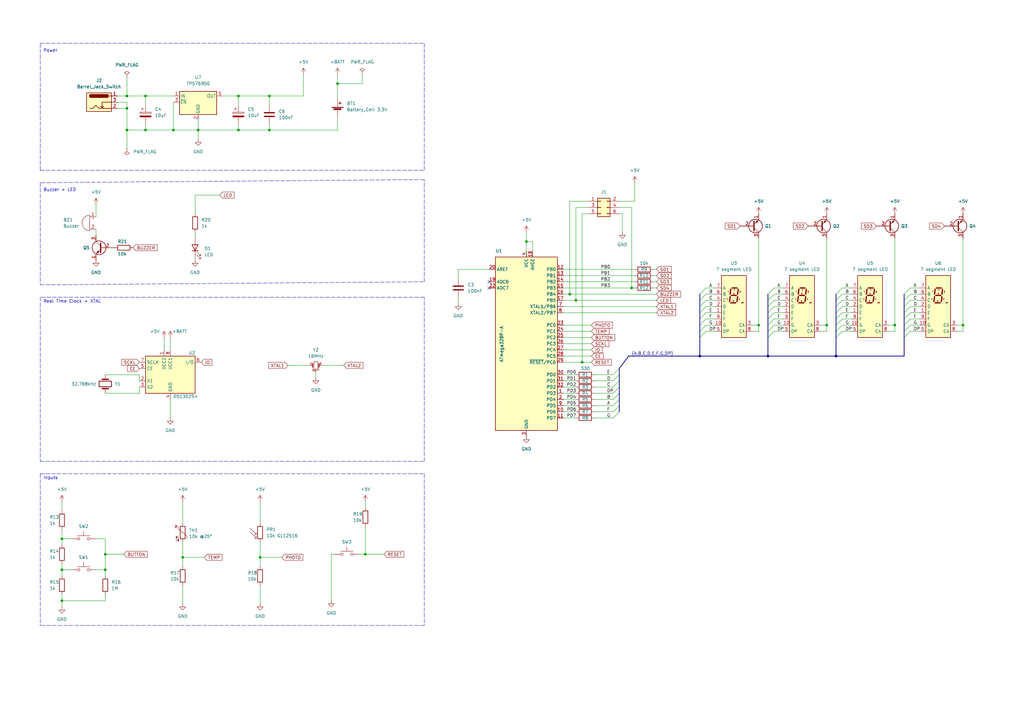
<source format=kicad_sch>
(kicad_sch (version 20211123) (generator eeschema)
  (paper "A3")
  (title_block (title "Fancy Clock") (date "2022-03-18") (rev "rev 1.0"))
  (lib_symbols
    (symbol "Connector:Barrel_Jack_Switch" (pin_names hide)
      (property "Reference" "J" (at 0 5.334 0))
      (property "Value" "Barrel_Jack_Switch" (at 0 -5.08 0))
      (symbol "Barrel_Jack_Switch_1_1"
        (pin passive line (at 7.62 2.54 180) (length 2.54) (name "~") (number "1"))
        (pin passive line (at 7.62 -2.54 180) (length 2.54) (name "~") (number "2"))
        (pin passive line (at 7.62 0 180) (length 2.54) (name "~") (number "3"))
      )
    )
    (symbol "Connector_Generic:Conn_02x03_Odd_Even" (pin_names (offset 1.016) hide)
      (property "Reference" "J" (at 1.27 5.08 0))
      (property "Value" "Conn_02x03_Odd_Even" (at 1.27 -5.08 0))
      (symbol "Conn_02x03_Odd_Even_1_1"
        (pin passive line (at -5.08 2.54 0) (length 3.81) (name "Pin_1") (number "1"))
        (pin passive line (at 7.62 2.54 180) (length 3.81) (name "Pin_2") (number "2"))
        (pin passive line (at -5.08 0 0) (length 3.81) (name "Pin_3") (number "3"))
        (pin passive line (at 7.62 0 180) (length 3.81) (name "Pin_4") (number "4"))
        (pin passive line (at -5.08 -2.54 0) (length 3.81) (name "Pin_5") (number "5"))
        (pin passive line (at 7.62 -2.54 180) (length 3.81) (name "Pin_6") (number "6"))
      )
    )
    (symbol "Device:Battery_Cell" (pin_numbers hide) (pin_names (offset 0) hide)
      (property "Reference" "BT" (at 2.54 2.54 0))
      (property "Value" "Battery_Cell" (at 2.54 0 0))
      (symbol "Battery_Cell_1_1"
        (pin passive line (at 0 5.08 270) (length 2.54) (name "+") (number "1"))
        (pin passive line (at 0 -2.54 90) (length 2.54) (name "-") (number "2"))
      )
    )
    (symbol "Device:Buzzer" (pin_names (offset 0.0254) hide)
      (property "Reference" "BZ" (at 3.81 1.27 0))
      (property "Value" "Buzzer" (at 3.81 -1.27 0))
      (symbol "Buzzer_1_1"
        (pin passive line (at -2.54 2.54 0) (length 2.54) (name "-") (number "1"))
        (pin passive line (at -2.54 -2.54 0) (length 2.54) (name "+") (number "2"))
      )
    )
    (symbol "Device:C" (pin_numbers hide) (pin_names (offset 0.254))
      (property "Reference" "C" (at 0.635 2.54 0))
      (property "Value" "C" (at 0.635 -2.54 0))
      (symbol "C_1_1"
        (pin passive line (at 0 3.81 270) (length 2.794) (name "~") (number "1"))
        (pin passive line (at 0 -3.81 90) (length 2.794) (name "~") (number "2"))
      )
    )
    (symbol "Device:C_Polarized" (pin_numbers hide) (pin_names (offset 0.254))
      (property "Reference" "C" (at 0.635 2.54 0))
      (property "Value" "C_Polarized" (at 0.635 -2.54 0))
      (symbol "C_Polarized_1_1"
        (pin passive line (at 0 3.81 270) (length 2.794) (name "~") (number "1"))
        (pin passive line (at 0 -3.81 90) (length 2.794) (name "~") (number "2"))
      )
    )
    (symbol "Device:Crystal" (pin_numbers hide) (pin_names (offset 1.016) hide)
      (property "Reference" "Y" (at 0 3.81 0))
      (property "Value" "Crystal" (at 0 -3.81 0))
      (symbol "Crystal_1_1"
        (pin passive line (at -3.81 0 0) (length 1.27) (name "1") (number "1"))
        (pin passive line (at 3.81 0 180) (length 1.27) (name "2") (number "2"))
      )
    )
    (symbol "Device:Crystal_GND2_Small" (pin_names (offset 1.016) hide)
      (property "Reference" "Y" (at 0 5.08 0))
      (property "Value" "Crystal_GND2_Small" (at 0 3.175 0))
      (symbol "Crystal_GND2_Small_1_1"
        (pin passive line (at -2.54 0 0) (length 1.27) (name "1") (number "1"))
        (pin passive line (at 0 -2.54 90) (length 0.635) (name "2") (number "2"))
        (pin passive line (at 2.54 0 180) (length 1.27) (name "3") (number "3"))
      )
    )
    (symbol "Device:LED" (pin_numbers hide) (pin_names (offset 1.016) hide)
      (property "Reference" "D" (at 0 2.54 0))
      (property "Value" "LED" (at 0 -2.54 0))
      (symbol "LED_1_1"
        (pin passive line (at -3.81 0 0) (length 2.54) (name "K") (number "1"))
        (pin passive line (at 3.81 0 180) (length 2.54) (name "A") (number "2"))
      )
    )
    (symbol "Device:Q_NPN_EBC" (pin_names (offset 0) hide)
      (property "Reference" "Q" (at 5.08 1.27 0))
      (property "Value" "Q_NPN_EBC" (at 5.08 -1.27 0))
      (symbol "Q_NPN_EBC_1_1"
        (pin passive line (at 2.54 -5.08 90) (length 2.54) (name "E") (number "1"))
        (pin passive line (at -5.08 0 0) (length 5.715) (name "B") (number "2"))
        (pin passive line (at 2.54 5.08 270) (length 2.54) (name "C") (number "3"))
      )
    )
    (symbol "Device:Q_PNP_EBC" (pin_names (offset 0) hide)
      (property "Reference" "Q" (at 5.08 1.27 0))
      (property "Value" "Q_PNP_EBC" (at 5.08 -1.27 0))
      (symbol "Q_PNP_EBC_1_1"
        (pin passive line (at 2.54 -5.08 90) (length 2.54) (name "E") (number "1"))
        (pin input line (at -5.08 0 0) (length 5.715) (name "B") (number "2"))
        (pin passive line (at 2.54 5.08 270) (length 2.54) (name "C") (number "3"))
      )
    )
    (symbol "Device:R" (pin_numbers hide) (pin_names (offset 0))
      (property "Reference" "R" (at 2.032 0 90))
      (property "Value" "R" (at 0 0 90))
      (symbol "R_1_1"
        (pin passive line (at 0 3.81 270) (length 1.27) (name "~") (number "1"))
        (pin passive line (at 0 -3.81 90) (length 1.27) (name "~") (number "2"))
      )
    )
    (symbol "Device:R_Photo" (pin_numbers hide) (pin_names (offset 0))
      (property "Reference" "R" (at 1.27 1.27 0))
      (property "Value" "R_Photo" (at 1.27 0 0))
      (symbol "R_Photo_1_1"
        (pin passive line (at 0 3.81 270) (length 1.27) (name "~") (number "1"))
        (pin passive line (at 0 -3.81 90) (length 1.27) (name "~") (number "2"))
      )
    )
    (symbol "Device:Thermistor_NTC" (pin_numbers hide) (pin_names (offset 0))
      (property "Reference" "TH" (at -4.445 0 90))
      (property "Value" "Thermistor_NTC" (at 3.175 0 90))
      (symbol "Thermistor_NTC_1_1"
        (pin passive line (at 0 3.81 270) (length 1.27) (name "~") (number "1"))
        (pin passive line (at 0 -3.81 90) (length 1.27) (name "~") (number "2"))
      )
    )
    (symbol "MCU_Microchip_ATmega:ATmega328P-A"
      (property "Reference" "U" (at -12.7 36.83 0))
      (property "Value" "ATmega328P-A" (at 2.54 -36.83 0))
      (symbol "ATmega328P-A_1_1"
        (pin bidirectional line (at 15.24 -20.32 180) (length 2.54) (name "PD3") (number "1"))
        (pin bidirectional line (at 15.24 -27.94 180) (length 2.54) (name "PD6") (number "10"))
        (pin bidirectional line (at 15.24 -30.48 180) (length 2.54) (name "PD7") (number "11"))
        (pin bidirectional line (at 15.24 30.48 180) (length 2.54) (name "PB0") (number "12"))
        (pin bidirectional line (at 15.24 27.94 180) (length 2.54) (name "PB1") (number "13"))
        (pin bidirectional line (at 15.24 25.4 180) (length 2.54) (name "PB2") (number "14"))
        (pin bidirectional line (at 15.24 22.86 180) (length 2.54) (name "PB3") (number "15"))
        (pin bidirectional line (at 15.24 20.32 180) (length 2.54) (name "PB4") (number "16"))
        (pin bidirectional line (at 15.24 17.78 180) (length 2.54) (name "PB5") (number "17"))
        (pin power_in line (at 2.54 38.1 270) (length 2.54) (name "AVCC") (number "18"))
        (pin input line (at -15.24 25.4 0) (length 2.54) (name "ADC6") (number "19"))
        (pin bidirectional line (at 15.24 -22.86 180) (length 2.54) (name "PD4") (number "2"))
        (pin passive line (at -15.24 30.48 0) (length 2.54) (name "AREF") (number "20"))
        (pin passive line (at 0 -38.1 90) (length 2.54) hide (name "GND") (number "21"))
        (pin input line (at -15.24 22.86 0) (length 2.54) (name "ADC7") (number "22"))
        (pin bidirectional line (at 15.24 7.62 180) (length 2.54) (name "PC0") (number "23"))
        (pin bidirectional line (at 15.24 5.08 180) (length 2.54) (name "PC1") (number "24"))
        (pin bidirectional line (at 15.24 2.54 180) (length 2.54) (name "PC2") (number "25"))
        (pin bidirectional line (at 15.24 0 180) (length 2.54) (name "PC3") (number "26"))
        (pin bidirectional line (at 15.24 -2.54 180) (length 2.54) (name "PC4") (number "27"))
        (pin bidirectional line (at 15.24 -5.08 180) (length 2.54) (name "PC5") (number "28"))
        (pin bidirectional line (at 15.24 -7.62 180) (length 2.54) (name "~{RESET}/PC6") (number "29"))
        (pin power_in line (at 0 -38.1 90) (length 2.54) (name "GND") (number "3"))
        (pin bidirectional line (at 15.24 -12.7 180) (length 2.54) (name "PD0") (number "30"))
        (pin bidirectional line (at 15.24 -15.24 180) (length 2.54) (name "PD1") (number "31"))
        (pin bidirectional line (at 15.24 -17.78 180) (length 2.54) (name "PD2") (number "32"))
        (pin power_in line (at 0 38.1 270) (length 2.54) (name "VCC") (number "4"))
        (pin passive line (at 0 -38.1 90) (length 2.54) hide (name "GND") (number "5"))
        (pin passive line (at 0 38.1 270) (length 2.54) hide (name "VCC") (number "6"))
        (pin bidirectional line (at 15.24 15.24 180) (length 2.54) (name "XTAL1/PB6") (number "7"))
        (pin bidirectional line (at 15.24 12.7 180) (length 2.54) (name "XTAL2/PB7") (number "8"))
        (pin bidirectional line (at 15.24 -25.4 180) (length 2.54) (name "PD5") (number "9"))
      )
    )
    (symbol "Regulator_Linear:TPS76950" (pin_names (offset 0.254))
      (property "Reference" "U" (at -6.35 5.715 0))
      (property "Value" "TPS76950" (at 0 5.715 0))
      (symbol "TPS76950_1_1"
        (pin power_in line (at -10.16 2.54 0) (length 2.54) (name "IN") (number "1"))
        (pin power_in line (at 0 -7.62 90) (length 2.54) (name "GND") (number "2"))
        (pin input line (at -10.16 0 0) (length 2.54) (name "~{EN}") (number "3"))
        (pin no_connect line (at 10.16 0 180) (length 2.54) hide (name "NC") (number "4"))
        (pin power_out line (at 10.16 2.54 180) (length 2.54) (name "OUT") (number "5"))
      )
    )
    (symbol "Switch:SW_Push" (pin_numbers hide) (pin_names (offset 1.016) hide)
      (property "Reference" "SW" (at 1.27 2.54 0))
      (property "Value" "SW_Push" (at 0 -1.524 0))
      (symbol "SW_Push_0_1"
        (pin passive line (at -5.08 0 0) (length 2.54) (name "1") (number "1"))
        (pin passive line (at 5.08 0 180) (length 2.54) (name "2") (number "2"))
      )
    )
    (symbol "Timer_RTC:DS1302S+"
      (property "Reference" "U" (at -8.89 8.89 0))
      (property "Value" "DS1302S+" (at 1.27 8.89 0))
      (symbol "DS1302S+_1_1"
        (pin power_in line (at -2.54 10.16 270) (length 2.54) (name "VCC2") (number "1"))
        (pin input line (at -12.7 -2.54 0) (length 2.54) (name "X1") (number "2"))
        (pin input line (at -12.7 -5.08 0) (length 2.54) (name "X2") (number "3"))
        (pin power_in line (at 0 -10.16 90) (length 2.54) (name "GND") (number "4"))
        (pin input line (at -12.7 2.54 0) (length 2.54) (name "CE") (number "5"))
        (pin bidirectional line (at 12.7 5.08 180) (length 2.54) (name "I/O") (number "6"))
        (pin input line (at -12.7 5.08 0) (length 2.54) (name "SCLK") (number "7"))
        (pin power_in line (at 0 10.16 270) (length 2.54) (name "VCC1") (number "8"))
      )
    )
    (symbol "fancy-clock:7 segment LED"
      (property "Reference" "U" (at 0 16.51 0))
      (property "Value" "7 segment LED" (at 0 13.97 0))
      (symbol "7 segment LED_1_0"
        (text "A" (at 0.254 6.858 0) (effects (font (size 0.508 0.508))))
        (text "B" (at 2.54 6.096 0) (effects (font (size 0.508 0.508))))
        (text "C" (at 2.286 3.048 0) (effects (font (size 0.508 0.508))))
        (text "D" (at -0.254 2.286 0) (effects (font (size 0.508 0.508))))
        (text "DP" (at 3.556 1.524 0) (effects (font (size 0.508 0.508))))
        (text "E" (at -2.54 3.048 0) (effects (font (size 0.508 0.508))))
        (text "F" (at -2.286 6.096 0) (effects (font (size 0.508 0.508))))
        (text "G" (at 0 5.334 0) (effects (font (size 0.508 0.508))))
      )
      (symbol "7 segment LED_1_1"
        (pin input line (at -7.62 -2.54 0) (length 2.54) (name "E") (number "1"))
        (pin input line (at -7.62 -7.62 0) (length 2.54) (name "G") (number "10"))
        (pin input line (at -7.62 0 0) (length 2.54) (name "D") (number "2"))
        (pin input line (at 7.62 -7.62 180) (length 2.54) (name "CA") (number "3"))
        (pin input line (at -7.62 2.54 0) (length 2.54) (name "C") (number "4"))
        (pin input line (at -7.62 -10.16 0) (length 2.54) (name "DP") (number "5"))
        (pin input line (at -7.62 5.08 0) (length 2.54) (name "B") (number "6"))
        (pin input line (at -7.62 7.62 0) (length 2.54) (name "A") (number "7"))
        (pin input line (at 7.62 -10.16 180) (length 2.54) (name "CA") (number "8"))
        (pin input line (at -7.62 -5.08 0) (length 2.54) (name "F") (number "9"))
      )
    )
    (symbol "power:+5V" (power) (pin_names (offset 0))
      (property "Value" "+5V" (at 0 3.556 0))
      (symbol "+5V_1_1"
        (pin power_in line (at 0 0 90) (length 0) hide (name "+5V") (number "1"))
      )
    )
    (symbol "power:+BATT" (power) (pin_names (offset 0))
      (property "Value" "+BATT" (at 0 3.556 0))
      (symbol "+BATT_1_1"
        (pin power_in line (at 0 0 90) (length 0) hide (name "+BATT") (number "1"))
      )
    )
    (symbol "power:GND" (power) (pin_names (offset 0))
      (property "Value" "GND" (at 0 -3.81 0))
      (symbol "GND_1_1"
        (pin power_in line (at 0 0 270) (length 0) hide (name "GND") (number "1"))
      )
    )
    (symbol "power:PWR_FLAG" (power) (pin_numbers hide) (pin_names (offset 0) hide)
      (property "Value" "PWR_FLAG" (at 0 3.81 0))
      (symbol "PWR_FLAG_0_0"
        (pin power_out line (at 0 0 90) (length 0) (name "pwr") (number "1"))
      )
    )
  )
  (junction (at 52.07 53.34))
  (junction (at 97.79 39.37))
  (junction (at 25.4 246.38))
  (junction (at 138.43 34.29))
  (junction (at 71.12 53.34))
  (junction (at 259.08 118.11))
  (junction (at 342.9 146.05))
  (junction (at 149.86 227.33))
  (junction (at 43.18 233.68))
  (junction (at 74.93 228.6))
  (junction (at 394.97 133.35))
  (junction (at 314.96 146.05))
  (junction (at 236.22 123.19))
  (junction (at 106.68 228.6))
  (junction (at 52.07 39.37))
  (junction (at 311.15 133.35))
  (junction (at 81.28 53.34))
  (junction (at 52.07 44.45))
  (junction (at 43.18 227.33))
  (junction (at 339.09 133.35))
  (junction (at 59.69 53.34))
  (junction (at 25.4 233.68))
  (junction (at 233.68 120.65))
  (junction (at 110.49 39.37))
  (junction (at 110.49 53.34))
  (junction (at 287.02 146.05))
  (junction (at 25.4 220.98))
  (junction (at 215.9 99.06))
  (junction (at 238.76 148.59))
  (junction (at 97.79 53.34))
  (junction (at 59.69 39.37))
  (junction (at 367.03 133.35))
  (no_connect (at 200.66 118.11))
  (no_connect (at 200.66 115.57))
  (bus_entry (at 314.96 123.19) (size 2.54 -2.54))
  (bus_entry (at 342.9 125.73) (size 2.54 -2.54))
  (bus_entry (at 314.96 138.43) (size 2.54 -2.54))
  (bus_entry (at 370.84 125.73) (size 2.54 -2.54))
  (bus_entry (at 370.84 123.19) (size 2.54 -2.54))
  (bus_entry (at 370.84 120.65) (size 2.54 -2.54))
  (bus_entry (at 342.9 128.27) (size 2.54 -2.54))
  (bus_entry (at 314.96 133.35) (size 2.54 -2.54))
  (bus_entry (at 314.96 120.65) (size 2.54 -2.54))
  (bus_entry (at 314.96 135.89) (size 2.54 -2.54))
  (bus_entry (at 342.9 135.89) (size 2.54 -2.54))
  (bus_entry (at 342.9 133.35) (size 2.54 -2.54))
  (bus_entry (at 342.9 120.65) (size 2.54 -2.54))
  (bus_entry (at 370.84 133.35) (size 2.54 -2.54))
  (bus_entry (at 287.02 128.27) (size 2.54 -2.54))
  (bus_entry (at 287.02 125.73) (size 2.54 -2.54))
  (bus_entry (at 287.02 135.89) (size 2.54 -2.54))
  (bus_entry (at 287.02 120.65) (size 2.54 -2.54))
  (bus_entry (at 287.02 138.43) (size 2.54 -2.54))
  (bus_entry (at 287.02 130.81) (size 2.54 -2.54))
  (bus_entry (at 287.02 133.35) (size 2.54 -2.54))
  (bus_entry (at 287.02 123.19) (size 2.54 -2.54))
  (bus_entry (at 251.46 163.83) (size 2.54 -2.54))
  (bus_entry (at 251.46 161.29) (size 2.54 -2.54))
  (bus_entry (at 251.46 158.75) (size 2.54 -2.54))
  (bus_entry (at 251.46 156.21) (size 2.54 -2.54))
  (bus_entry (at 251.46 168.91) (size 2.54 -2.54))
  (bus_entry (at 251.46 166.37) (size 2.54 -2.54))
  (bus_entry (at 251.46 171.45) (size 2.54 -2.54))
  (bus_entry (at 251.46 153.67) (size 2.54 -2.54))
  (bus_entry (at 370.84 138.43) (size 2.54 -2.54))
  (bus_entry (at 342.9 130.81) (size 2.54 -2.54))
  (bus_entry (at 342.9 138.43) (size 2.54 -2.54))
  (bus_entry (at 314.96 128.27) (size 2.54 -2.54))
  (bus_entry (at 370.84 128.27) (size 2.54 -2.54))
  (bus_entry (at 314.96 130.81) (size 2.54 -2.54))
  (bus_entry (at 370.84 130.81) (size 2.54 -2.54))
  (bus_entry (at 370.84 135.89) (size 2.54 -2.54))
  (bus_entry (at 314.96 125.73) (size 2.54 -2.54))
  (bus_entry (at 342.9 123.19) (size 2.54 -2.54))
  (wire (pts (xy 25.4 233.68) (xy 25.4 236.22)))
  (wire (pts (xy 392.43 135.89) (xy 394.97 135.89)))
  (bus (pts (xy 342.9 128.27) (xy 342.9 130.81)))
  (wire (pts (xy 231.14 161.29) (xy 236.22 161.29)))
  (wire (pts (xy 138.43 34.29) (xy 148.59 34.29)))
  (wire (pts (xy 231.14 171.45) (xy 236.22 171.45)))
  (wire (pts (xy 80.01 95.25) (xy 80.01 97.79)))
  (polyline (pts (xy 16.51 189.23) (xy 173.99 189.23)))
  (wire (pts (xy 243.84 166.37) (xy 251.46 166.37)))
  (wire (pts (xy 149.86 205.74) (xy 149.86 208.28)))
  (bus (pts (xy 314.96 130.81) (xy 314.96 133.35)))
  (wire (pts (xy 259.08 85.09) (xy 259.08 118.11)))
  (wire (pts (xy 254 87.63) (xy 255.27 87.63)))
  (wire (pts (xy 106.68 228.6) (xy 115.57 228.6)))
  (wire (pts (xy 52.07 44.45) (xy 52.07 53.34)))
  (wire (pts (xy 231.14 140.97) (xy 242.57 140.97)))
  (wire (pts (xy 231.14 146.05) (xy 242.57 146.05)))
  (bus (pts (xy 370.84 125.73) (xy 370.84 128.27)))
  (bus (pts (xy 314.96 138.43) (xy 314.96 146.05)))
  (bus (pts (xy 287.02 125.73) (xy 287.02 128.27)))
  (bus (pts (xy 254 153.67) (xy 254 151.13)))
  (wire (pts (xy 149.86 215.9) (xy 149.86 227.33)))
  (wire (pts (xy 110.49 39.37) (xy 110.49 43.18)))
  (polyline (pts (xy 16.51 69.85) (xy 173.99 69.85)))
  (wire (pts (xy 373.38 123.19) (xy 377.19 123.19)))
  (wire (pts (xy 394.97 133.35) (xy 394.97 97.79)))
  (wire (pts (xy 311.15 133.35) (xy 311.15 97.79)))
  (wire (pts (xy 345.44 123.19) (xy 349.25 123.19)))
  (wire (pts (xy 106.68 205.74) (xy 106.68 214.63)))
  (bus (pts (xy 254 168.91) (xy 254 166.37)))
  (bus (pts (xy 287.02 123.19) (xy 287.02 125.73)))
  (bus (pts (xy 287.02 128.27) (xy 287.02 130.81)))
  (bus (pts (xy 287.02 135.89) (xy 287.02 138.43)))
  (wire (pts (xy 91.44 39.37) (xy 97.79 39.37)))
  (wire (pts (xy 231.14 153.67) (xy 236.22 153.67)))
  (bus (pts (xy 370.84 120.65) (xy 370.84 123.19)))
  (wire (pts (xy 269.24 113.03) (xy 267.97 113.03)))
  (wire (pts (xy 124.46 30.48) (xy 124.46 39.37)))
  (wire (pts (xy 231.14 120.65) (xy 233.68 120.65)))
  (wire (pts (xy 97.79 39.37) (xy 110.49 39.37)))
  (wire (pts (xy 254 82.55) (xy 260.35 82.55)))
  (wire (pts (xy 80.01 105.41) (xy 80.01 106.68)))
  (wire (pts (xy 97.79 53.34) (xy 81.28 53.34)))
  (wire (pts (xy 289.56 120.65) (xy 293.37 120.65)))
  (polyline (pts (xy 16.51 74.93) (xy 16.51 116.84)))
  (wire (pts (xy 289.56 133.35) (xy 293.37 133.35)))
  (wire (pts (xy 110.49 50.8) (xy 110.49 53.34)))
  (wire (pts (xy 345.44 118.11) (xy 349.25 118.11)))
  (wire (pts (xy 243.84 158.75) (xy 251.46 158.75)))
  (bus (pts (xy 287.02 130.81) (xy 287.02 133.35)))
  (wire (pts (xy 241.3 87.63) (xy 238.76 87.63)))
  (wire (pts (xy 43.18 153.67) (xy 57.15 153.67)))
  (wire (pts (xy 289.56 135.89) (xy 293.37 135.89)))
  (polyline (pts (xy 173.99 189.23) (xy 173.99 121.92)))
  (wire (pts (xy 373.38 118.11) (xy 377.19 118.11)))
  (wire (pts (xy 241.3 85.09) (xy 236.22 85.09)))
  (wire (pts (xy 317.5 133.35) (xy 321.31 133.35)))
  (wire (pts (xy 317.5 135.89) (xy 321.31 135.89)))
  (wire (pts (xy 233.68 120.65) (xy 269.24 120.65)))
  (wire (pts (xy 345.44 128.27) (xy 349.25 128.27)))
  (wire (pts (xy 74.93 228.6) (xy 74.93 232.41)))
  (wire (pts (xy 59.69 53.34) (xy 71.12 53.34)))
  (polyline (pts (xy 173.99 17.78) (xy 173.99 69.85)))
  (wire (pts (xy 52.07 41.91) (xy 52.07 44.45)))
  (bus (pts (xy 342.9 133.35) (xy 342.9 135.89)))
  (wire (pts (xy 80.01 80.01) (xy 80.01 87.63)))
  (bus (pts (xy 342.9 135.89) (xy 342.9 138.43)))
  (wire (pts (xy 345.44 135.89) (xy 349.25 135.89)))
  (wire (pts (xy 69.85 138.43) (xy 69.85 143.51)))
  (wire (pts (xy 187.96 121.92) (xy 187.96 124.46)))
  (polyline (pts (xy 16.51 116.84) (xy 173.99 115.57)))
  (wire (pts (xy 135.89 227.33) (xy 135.89 246.38)))
  (bus (pts (xy 370.84 135.89) (xy 370.84 138.43)))
  (wire (pts (xy 43.18 233.68) (xy 43.18 236.22)))
  (polyline (pts (xy 173.99 256.54) (xy 16.51 256.54)))
  (wire (pts (xy 57.15 158.75) (xy 57.15 161.29)))
  (wire (pts (xy 138.43 34.29) (xy 138.43 40.64)))
  (wire (pts (xy 231.14 163.83) (xy 236.22 163.83)))
  (wire (pts (xy 138.43 53.34) (xy 138.43 48.26)))
  (wire (pts (xy 364.49 133.35) (xy 367.03 133.35)))
  (wire (pts (xy 243.84 163.83) (xy 251.46 163.83)))
  (bus (pts (xy 254 156.21) (xy 254 153.67)))
  (wire (pts (xy 25.4 246.38) (xy 43.18 246.38)))
  (wire (pts (xy 110.49 53.34) (xy 97.79 53.34)))
  (wire (pts (xy 231.14 133.35) (xy 242.57 133.35)))
  (wire (pts (xy 238.76 148.59) (xy 242.57 148.59)))
  (bus (pts (xy 342.9 146.05) (xy 370.84 146.05)))
  (wire (pts (xy 43.18 227.33) (xy 43.18 233.68)))
  (wire (pts (xy 373.38 128.27) (xy 377.19 128.27)))
  (wire (pts (xy 138.43 30.48) (xy 138.43 34.29)))
  (wire (pts (xy 255.27 87.63) (xy 255.27 95.25)))
  (wire (pts (xy 231.14 110.49) (xy 260.35 110.49)))
  (wire (pts (xy 367.03 135.89) (xy 367.03 133.35)))
  (wire (pts (xy 59.69 39.37) (xy 59.69 43.18)))
  (wire (pts (xy 39.37 83.82) (xy 39.37 88.9)))
  (bus (pts (xy 370.84 133.35) (xy 370.84 135.89)))
  (wire (pts (xy 106.68 240.03) (xy 106.68 247.65)))
  (wire (pts (xy 57.15 153.67) (xy 57.15 156.21)))
  (bus (pts (xy 254 151.13) (xy 257.81 146.05)))
  (wire (pts (xy 52.07 39.37) (xy 59.69 39.37)))
  (wire (pts (xy 373.38 135.89) (xy 377.19 135.89)))
  (wire (pts (xy 317.5 125.73) (xy 321.31 125.73)))
  (wire (pts (xy 289.56 128.27) (xy 293.37 128.27)))
  (bus (pts (xy 314.96 146.05) (xy 342.9 146.05)))
  (wire (pts (xy 25.4 231.14) (xy 25.4 233.68)))
  (wire (pts (xy 336.55 133.35) (xy 339.09 133.35)))
  (wire (pts (xy 233.68 82.55) (xy 233.68 120.65)))
  (wire (pts (xy 149.86 227.33) (xy 157.48 227.33)))
  (wire (pts (xy 394.97 135.89) (xy 394.97 133.35)))
  (wire (pts (xy 308.61 133.35) (xy 311.15 133.35)))
  (bus (pts (xy 370.84 123.19) (xy 370.84 125.73)))
  (polyline (pts (xy 16.51 69.85) (xy 16.51 17.78)))
  (wire (pts (xy 74.93 240.03) (xy 74.93 247.65)))
  (bus (pts (xy 257.81 146.05) (xy 287.02 146.05)))
  (wire (pts (xy 187.96 110.49) (xy 200.66 110.49)))
  (wire (pts (xy 231.14 125.73) (xy 269.24 125.73)))
  (wire (pts (xy 317.5 120.65) (xy 321.31 120.65)))
  (wire (pts (xy 367.03 133.35) (xy 367.03 97.79)))
  (wire (pts (xy 231.14 138.43) (xy 242.57 138.43)))
  (wire (pts (xy 364.49 135.89) (xy 367.03 135.89)))
  (wire (pts (xy 81.28 49.53) (xy 81.28 53.34)))
  (wire (pts (xy 243.84 171.45) (xy 251.46 171.45)))
  (wire (pts (xy 231.14 143.51) (xy 242.57 143.51)))
  (bus (pts (xy 254 163.83) (xy 254 161.29)))
  (wire (pts (xy 241.3 82.55) (xy 233.68 82.55)))
  (wire (pts (xy 149.86 227.33) (xy 147.32 227.33)))
  (wire (pts (xy 345.44 130.81) (xy 349.25 130.81)))
  (polyline (pts (xy 16.51 194.31) (xy 16.51 256.54)))
  (bus (pts (xy 314.96 120.65) (xy 314.96 123.19)))
  (bus (pts (xy 314.96 128.27) (xy 314.96 130.81)))
  (polyline (pts (xy 173.99 194.31) (xy 173.99 256.54)))
  (wire (pts (xy 90.17 80.01) (xy 80.01 80.01)))
  (wire (pts (xy 137.16 227.33) (xy 135.89 227.33)))
  (wire (pts (xy 231.14 158.75) (xy 236.22 158.75)))
  (wire (pts (xy 311.15 135.89) (xy 311.15 133.35)))
  (wire (pts (xy 129.54 152.4) (xy 129.54 154.94)))
  (wire (pts (xy 243.84 156.21) (xy 251.46 156.21)))
  (wire (pts (xy 345.44 120.65) (xy 349.25 120.65)))
  (bus (pts (xy 287.02 146.05) (xy 314.96 146.05)))
  (wire (pts (xy 25.4 243.84) (xy 25.4 246.38)))
  (wire (pts (xy 118.11 149.86) (xy 127 149.86)))
  (wire (pts (xy 81.28 53.34) (xy 81.28 57.15)))
  (wire (pts (xy 289.56 130.81) (xy 293.37 130.81)))
  (wire (pts (xy 317.5 123.19) (xy 321.31 123.19)))
  (wire (pts (xy 25.4 246.38) (xy 25.4 248.92)))
  (wire (pts (xy 231.14 115.57) (xy 260.35 115.57)))
  (wire (pts (xy 69.85 163.83) (xy 69.85 171.45)))
  (wire (pts (xy 373.38 130.81) (xy 377.19 130.81)))
  (wire (pts (xy 43.18 220.98) (xy 43.18 227.33)))
  (wire (pts (xy 52.07 53.34) (xy 52.07 60.96)))
  (wire (pts (xy 39.37 220.98) (xy 43.18 220.98)))
  (wire (pts (xy 231.14 156.21) (xy 236.22 156.21)))
  (wire (pts (xy 25.4 205.74) (xy 25.4 209.55)))
  (wire (pts (xy 345.44 125.73) (xy 349.25 125.73)))
  (wire (pts (xy 231.14 148.59) (xy 238.76 148.59)))
  (wire (pts (xy 74.93 222.25) (xy 74.93 228.6)))
  (bus (pts (xy 314.96 123.19) (xy 314.96 125.73)))
  (wire (pts (xy 43.18 227.33) (xy 50.8 227.33)))
  (wire (pts (xy 289.56 123.19) (xy 293.37 123.19)))
  (wire (pts (xy 48.26 39.37) (xy 52.07 39.37)))
  (bus (pts (xy 314.96 135.89) (xy 314.96 138.43)))
  (polyline (pts (xy 16.51 121.92) (xy 16.51 189.23)))
  (wire (pts (xy 106.68 222.25) (xy 106.68 228.6)))
  (wire (pts (xy 97.79 39.37) (xy 97.79 43.18)))
  (polyline (pts (xy 16.51 194.31) (xy 173.99 194.31)))
  (wire (pts (xy 71.12 41.91) (xy 71.12 53.34)))
  (wire (pts (xy 218.44 99.06) (xy 215.9 99.06)))
  (wire (pts (xy 231.14 118.11) (xy 259.08 118.11)))
  (wire (pts (xy 317.5 128.27) (xy 321.31 128.27)))
  (wire (pts (xy 336.55 135.89) (xy 339.09 135.89)))
  (wire (pts (xy 67.31 138.43) (xy 67.31 143.51)))
  (wire (pts (xy 243.84 153.67) (xy 251.46 153.67)))
  (wire (pts (xy 269.24 110.49) (xy 267.97 110.49)))
  (wire (pts (xy 345.44 133.35) (xy 349.25 133.35)))
  (wire (pts (xy 392.43 133.35) (xy 394.97 133.35)))
  (wire (pts (xy 218.44 102.87) (xy 218.44 99.06)))
  (wire (pts (xy 48.26 41.91) (xy 52.07 41.91)))
  (bus (pts (xy 342.9 130.81) (xy 342.9 133.35)))
  (wire (pts (xy 132.08 149.86) (xy 140.97 149.86)))
  (bus (pts (xy 287.02 133.35) (xy 287.02 135.89)))
  (wire (pts (xy 317.5 118.11) (xy 321.31 118.11)))
  (wire (pts (xy 289.56 125.73) (xy 293.37 125.73)))
  (wire (pts (xy 25.4 220.98) (xy 25.4 223.52)))
  (wire (pts (xy 238.76 87.63) (xy 238.76 148.59)))
  (wire (pts (xy 373.38 120.65) (xy 377.19 120.65)))
  (wire (pts (xy 373.38 133.35) (xy 377.19 133.35)))
  (bus (pts (xy 254 161.29) (xy 254 158.75)))
  (bus (pts (xy 342.9 125.73) (xy 342.9 128.27)))
  (wire (pts (xy 373.38 125.73) (xy 377.19 125.73)))
  (wire (pts (xy 231.14 123.19) (xy 236.22 123.19)))
  (wire (pts (xy 339.09 133.35) (xy 339.09 97.79)))
  (wire (pts (xy 236.22 85.09) (xy 236.22 123.19)))
  (bus (pts (xy 370.84 128.27) (xy 370.84 130.81)))
  (wire (pts (xy 71.12 53.34) (xy 81.28 53.34)))
  (wire (pts (xy 52.07 31.75) (xy 52.07 39.37)))
  (wire (pts (xy 215.9 99.06) (xy 215.9 102.87)))
  (wire (pts (xy 243.84 168.91) (xy 251.46 168.91)))
  (wire (pts (xy 39.37 93.98) (xy 39.37 96.52)))
  (wire (pts (xy 59.69 39.37) (xy 71.12 39.37)))
  (wire (pts (xy 25.4 233.68) (xy 29.21 233.68)))
  (wire (pts (xy 231.14 135.89) (xy 242.57 135.89)))
  (wire (pts (xy 259.08 118.11) (xy 260.35 118.11)))
  (wire (pts (xy 74.93 205.74) (xy 74.93 214.63)))
  (polyline (pts (xy 16.51 17.78) (xy 173.99 17.78)))
  (wire (pts (xy 74.93 228.6) (xy 83.82 228.6)))
  (wire (pts (xy 110.49 53.34) (xy 138.43 53.34)))
  (wire (pts (xy 187.96 114.3) (xy 187.96 110.49)))
  (bus (pts (xy 342.9 123.19) (xy 342.9 125.73)))
  (wire (pts (xy 231.14 113.03) (xy 260.35 113.03)))
  (bus (pts (xy 287.02 120.65) (xy 287.02 123.19)))
  (bus (pts (xy 254 166.37) (xy 254 163.83)))
  (wire (pts (xy 260.35 74.93) (xy 260.35 82.55)))
  (wire (pts (xy 43.18 246.38) (xy 43.18 243.84)))
  (bus (pts (xy 342.9 120.65) (xy 342.9 123.19)))
  (wire (pts (xy 25.4 220.98) (xy 29.21 220.98)))
  (wire (pts (xy 57.15 161.29) (xy 43.18 161.29)))
  (wire (pts (xy 110.49 39.37) (xy 124.46 39.37)))
  (bus (pts (xy 370.84 138.43) (xy 370.84 146.05)))
  (wire (pts (xy 269.24 115.57) (xy 267.97 115.57)))
  (polyline (pts (xy 173.99 121.92) (xy 16.51 121.92)))
  (wire (pts (xy 106.68 228.6) (xy 106.68 232.41)))
  (bus (pts (xy 342.9 138.43) (xy 342.9 146.05)))
  (wire (pts (xy 59.69 50.8) (xy 59.69 53.34)))
  (wire (pts (xy 236.22 123.19) (xy 269.24 123.19)))
  (wire (pts (xy 317.5 130.81) (xy 321.31 130.81)))
  (wire (pts (xy 231.14 128.27) (xy 269.24 128.27)))
  (polyline (pts (xy 173.99 115.57) (xy 173.99 73.66)))
  (wire (pts (xy 48.26 44.45) (xy 52.07 44.45)))
  (polyline (pts (xy 173.99 73.66) (xy 16.51 74.93)))
  (wire (pts (xy 231.14 168.91) (xy 236.22 168.91)))
  (wire (pts (xy 215.9 95.25) (xy 215.9 99.06)))
  (wire (pts (xy 269.24 118.11) (xy 267.97 118.11)))
  (bus (pts (xy 314.96 133.35) (xy 314.96 135.89)))
  (wire (pts (xy 39.37 233.68) (xy 43.18 233.68)))
  (wire (pts (xy 289.56 118.11) (xy 293.37 118.11)))
  (wire (pts (xy 148.59 34.29) (xy 148.59 30.48)))
  (wire (pts (xy 231.14 166.37) (xy 236.22 166.37)))
  (wire (pts (xy 243.84 161.29) (xy 251.46 161.29)))
  (wire (pts (xy 25.4 217.17) (xy 25.4 220.98)))
  (wire (pts (xy 52.07 53.34) (xy 59.69 53.34)))
  (bus (pts (xy 254 158.75) (xy 254 156.21)))
  (wire (pts (xy 97.79 50.8) (xy 97.79 53.34)))
  (bus (pts (xy 314.96 125.73) (xy 314.96 128.27)))
  (wire (pts (xy 308.61 135.89) (xy 311.15 135.89)))
  (bus (pts (xy 287.02 138.43) (xy 287.02 146.05)))
  (wire (pts (xy 339.09 135.89) (xy 339.09 133.35)))
  (wire (pts (xy 254 85.09) (xy 259.08 85.09)))
  (bus (pts (xy 370.84 130.81) (xy 370.84 133.35)))
  (text "Inputs" (at 17.78 196.85 0) (effects (font (size 1.27 1.27)) (justify left bottom)))
  (text "Buzzer + LED" (at 17.78 78.74 0) (effects (font (size 1.27 1.27)) (justify left bottom)))
  (text "Real Time Clock + XTAL" (at 17.78 124.46 0) (effects (font (size 1.27 1.27)) (justify left bottom)))
  (text "Power" (at 17.78 21.59 0) (effects (font (size 1.27 1.27)) (justify left bottom)))
  (label "B" (at 248.92 163.83 0))
  (label "DP" (at 248.92 161.29 0))
  (label "G" (at 346.71 133.35 0))
  (label "G" (at 374.65 133.35 0))
  (label "E" (at 374.65 128.27 0))
  (label "G" (at 318.77 133.35 0))
  (label "PD2" (at 232.41 158.75 0))
  (label "C" (at 290.83 123.19 0))
  (label "PB2" (at 246.38 115.57 0))
  (label "PD7" (at 232.41 171.45 0))
  (label "F" (at 318.77 130.81 0))
  (label "E" (at 290.83 128.27 0))
  (label "D" (at 374.65 125.73 0))
  (label "PD3" (at 232.41 161.29 0))
  (label "A" (at 374.65 118.11 0))
  (label "C" (at 346.71 123.19 0))
  (label "PD1" (at 232.41 156.21 0))
  (label "A" (at 248.92 166.37 0))
  (label "PB3" (at 246.38 118.11 0))
  (label "F" (at 374.65 130.81 0))
  (label "PD4" (at 232.41 163.83 0))
  (label "D" (at 248.92 156.21 0))
  (label "DP" (at 374.65 135.89 0))
  (label "A" (at 346.71 118.11 0))
  (label "PB0" (at 246.38 110.49 0))
  (label "PD5" (at 232.41 166.37 0))
  (label "{A,B,C,D,E,F,G,DP}" (at 259.08 146.05 0))
  (label "D" (at 290.83 125.73 0))
  (label "E" (at 346.71 128.27 0))
  (label "PD6" (at 232.4778 168.91 0))
  (label "B" (at 290.83 120.65 0))
  (label "DP" (at 290.83 135.89 0))
  (label "F" (at 346.71 130.81 0))
  (label "PD0" (at 232.41 153.67 0))
  (label "G" (at 290.83 133.35 0))
  (label "A" (at 290.83 118.11 0))
  (label "E" (at 318.77 128.27 0))
  (label "D" (at 346.71 125.73 0))
  (label "PB1" (at 246.38 113.03 0))
  (label "A" (at 318.77 118.11 0))
  (label "C" (at 318.77 123.19 0))
  (label "D" (at 318.77 125.73 0))
  (label "DP" (at 318.77 135.89 0))
  (label "B" (at 374.65 120.65 0))
  (label "C" (at 248.92 158.75 0))
  (label "E" (at 248.92 153.67 0))
  (label "F" (at 290.83 130.81 0))
  (label "B" (at 318.77 120.65 0))
  (label "DP" (at 346.71 135.89 0))
  (label "G" (at 248.92 171.45 0))
  (label "B" (at 346.71 120.65 0))
  (label "C" (at 374.65 123.19 0))
  (label "F" (at 248.92 168.91 0))
  (global_label "SD3" (shape input) (at 359.41 92.71 180) (property "Intersheet References" "${INTERSHEET_REFS}" (effects hide)))
  (global_label "PHOTO" (shape input) (at 242.57 133.35 0) (property "Intersheet References" "${INTERSHEET_REFS}" (effects hide)))
  (global_label "IO" (shape input) (at 242.57 143.51 0) (property "Intersheet References" "${INTERSHEET_REFS}" (effects hide)))
  (global_label "TEMP" (shape input) (at 242.57 135.89 0) (property "Intersheet References" "${INTERSHEET_REFS}" (effects hide)))
  (global_label "XTAL2" (shape input) (at 269.24 128.27 0) (property "Intersheet References" "${INTERSHEET_REFS}" (effects hide)))
  (global_label "BUZZER" (shape input) (at 269.24 120.65 0) (property "Intersheet References" "${INTERSHEET_REFS}" (effects hide)))
  (global_label "LED" (shape input) (at 90.17 80.01 0) (property "Intersheet References" "${INTERSHEET_REFS}" (effects hide)))
  (global_label "LED" (shape input) (at 269.24 123.19 0) (property "Intersheet References" "${INTERSHEET_REFS}" (effects hide)))
  (global_label "CE" (shape input) (at 57.15 151.13 180) (property "Intersheet References" "${INTERSHEET_REFS}" (effects hide)))
  (global_label "BUZZER" (shape input) (at 54.61 101.6 0) (property "Intersheet References" "${INTERSHEET_REFS}" (effects hide)))
  (global_label "SD2" (shape input) (at 331.47 92.71 180) (property "Intersheet References" "${INTERSHEET_REFS}" (effects hide)))
  (global_label "PHOTO" (shape input) (at 115.57 228.6 0) (property "Intersheet References" "${INTERSHEET_REFS}" (effects hide)))
  (global_label "SD2" (shape input) (at 269.24 113.03 0) (property "Intersheet References" "${INTERSHEET_REFS}" (effects hide)))
  (global_label "XTAL1" (shape input) (at 118.11 149.86 180) (property "Intersheet References" "${INTERSHEET_REFS}" (effects hide)))
  (global_label "IO" (shape input) (at 82.55 148.59 0) (property "Intersheet References" "${INTERSHEET_REFS}" (effects hide)))
  (global_label "SD1" (shape input) (at 269.24 110.49 0) (property "Intersheet References" "${INTERSHEET_REFS}" (effects hide)))
  (global_label "SD1" (shape input) (at 303.53 92.71 180) (property "Intersheet References" "${INTERSHEET_REFS}" (effects hide)))
  (global_label "XTAL1" (shape input) (at 269.24 125.73 0) (property "Intersheet References" "${INTERSHEET_REFS}" (effects hide)))
  (global_label "RESET" (shape input) (at 157.48 227.33 0) (property "Intersheet References" "${INTERSHEET_REFS}" (effects hide)))
  (global_label "SCKL" (shape input) (at 57.15 148.59 180) (property "Intersheet References" "${INTERSHEET_REFS}" (effects hide)))
  (global_label "SCKL" (shape input) (at 242.57 140.97 0) (property "Intersheet References" "${INTERSHEET_REFS}" (effects hide)))
  (global_label "BUTTON" (shape input) (at 50.8 227.33 0) (property "Intersheet References" "${INTERSHEET_REFS}" (effects hide)))
  (global_label "SD3" (shape input) (at 269.24 115.57 0) (property "Intersheet References" "${INTERSHEET_REFS}" (effects hide)))
  (global_label "SD4" (shape input) (at 269.24 118.11 0) (property "Intersheet References" "${INTERSHEET_REFS}" (effects hide)))
  (global_label "BUTTON" (shape input) (at 242.57 138.43 0) (property "Intersheet References" "${INTERSHEET_REFS}" (effects hide)))
  (global_label "CE" (shape input) (at 242.57 146.05 0) (property "Intersheet References" "${INTERSHEET_REFS}" (effects hide)))
  (global_label "XTAL2" (shape input) (at 140.97 149.86 0) (property "Intersheet References" "${INTERSHEET_REFS}" (effects hide)))
  (global_label "TEMP" (shape input) (at 83.82 228.6 0) (property "Intersheet References" "${INTERSHEET_REFS}" (effects hide)))
  (global_label "SD4" (shape input) (at 387.35 92.71 180) (property "Intersheet References" "${INTERSHEET_REFS}" (effects hide)))
  (global_label "RESET" (shape input) (at 242.57 148.59 0) (property "Intersheet References" "${INTERSHEET_REFS}" (effects hide)))
  (symbol (lib_id "fancy-clock:7 segment LED") (at 300.99 125.73 0) (unit 1)
    (property "Reference" "U3" (at 300.99 107.95 0))
    (property "Value" "7 segment LED" (at 300.99 110.49 0))
    (property "Footprint" "fancy-clock:7 Segments Display" (effects hide))
  )
  (symbol (lib_id "power:GND") (at 39.37 106.68 0) (unit 1)
    (property "Reference" "#PWR0105" (effects hide))
    (property "Value" "GND" (at 39.37 111.76 0))
  )
  (symbol (lib_id "Device:Q_PNP_EBC") (at 308.61 92.71 0) (mirror x) (unit 1)
    (property "Reference" "Q1" (at 313.69 92.7099 0) (effects (justify left)))
    (property "Value" "Q_PNP_EBC" (effects hide))
    (property "Footprint" "Package_TO_SOT_THT:TO-92_Inline_Wide" (effects hide))
  )
  (symbol (lib_id "Device:R") (at 264.16 110.49 90) (unit 1)
    (property "Reference" "R9" (at 264.16 110.49 90))
    (property "Value" "10k" (at 264.16 107.95 90))
    (property "Footprint" "Resistor_SMD:R_1206_3216Metric_Pad1.30x1.75mm_HandSolder" (effects hide))
  )
  (symbol (lib_id "power:+5V") (at 124.46 30.48 0) (unit 1)
    (property "Reference" "#PWR016" (effects hide))
    (property "Value" "+5V" (at 124.46 25.4 0))
  )
  (symbol (lib_id "power:+5V") (at 106.68 205.74 0) (unit 1)
    (property "Reference" "#PWR0102" (effects hide))
    (property "Value" "+5V" (at 106.68 200.66 0))
  )
  (symbol (lib_id "Device:R") (at 50.8 101.6 270) (unit 1)
    (property "Reference" "R21" (at 48.26 99.06 90) (effects (justify left)))
    (property "Value" "10k" (at 48.26 104.14 90) (effects (justify left)))
    (property "Footprint" "Resistor_SMD:R_1206_3216Metric_Pad1.30x1.75mm_HandSolder" (effects hide))
  )
  (symbol (lib_id "Switch:SW_Push") (at 142.24 227.33 0) (unit 1)
    (property "Reference" "SW3" (at 142.24 222.25 0))
    (property "Value" "SW_Push" (effects hide))
    (property "Footprint" "Button_Switch_THT:SW_PUSH_6mm" (effects hide))
  )
  (symbol (lib_id "Device:R") (at 240.03 166.37 90) (unit 1)
    (property "Reference" "R6" (at 240.03 166.37 90))
    (property "Value" "330" (effects hide))
    (property "Footprint" "Resistor_SMD:R_1206_3216Metric_Pad1.30x1.75mm_HandSolder" (effects hide))
  )
  (symbol (lib_id "power:+5V") (at 74.93 205.74 0) (unit 1)
    (property "Reference" "#PWR0103" (effects hide))
    (property "Value" "+5V" (at 74.93 200.66 0))
  )
  (symbol (lib_id "Regulator_Linear:TPS76950") (at 81.28 41.91 0) (unit 1)
    (property "Reference" "U7" (at 81.28 31.75 0))
    (property "Value" "TPS76950" (at 81.28 34.29 0))
    (property "Footprint" "Package_TO_SOT_SMD:SOT-23-5" (effects hide))
    (property "Datasheet" "http://www.ti.com/lit/ds/symlink/tps769.pdf" (effects hide))
  )
  (symbol (lib_id "Device:R") (at 240.03 158.75 90) (unit 1)
    (property "Reference" "R3" (at 240.03 158.75 90))
    (property "Value" "330" (effects hide))
    (property "Footprint" "Resistor_SMD:R_1206_3216Metric_Pad1.30x1.75mm_HandSolder" (effects hide))
  )
  (symbol (lib_id "power:GND") (at 106.68 247.65 0) (unit 1)
    (property "Reference" "#PWR0101" (effects hide))
    (property "Value" "GND" (at 106.68 252.73 0))
  )
  (symbol (lib_id "power:GND") (at 129.54 154.94 0) (unit 1)
    (property "Reference" "#PWR010" (effects hide))
    (property "Value" "GND" (at 129.54 160.02 0))
  )
  (symbol (lib_id "Device:R") (at 240.03 156.21 90) (unit 1)
    (property "Reference" "R2" (at 240.03 156.21 90))
    (property "Value" "330" (effects hide))
    (property "Footprint" "Resistor_SMD:R_1206_3216Metric_Pad1.30x1.75mm_HandSolder" (effects hide))
  )
  (symbol (lib_id "Device:Crystal") (at 43.18 157.48 270) (unit 1)
    (property "Reference" "Y1" (at 46.99 157.48 90) (effects (justify left)))
    (property "Value" "32.768kHz" (at 29.21 157.48 90) (effects (justify left)))
    (property "Footprint" "Crystal:Crystal_C38-LF_D3.0mm_L8.0mm_Horizontal" (effects hide))
  )
  (symbol (lib_id "Device:R") (at 240.03 171.45 90) (unit 1)
    (property "Reference" "R8" (at 240.03 171.45 90))
    (property "Value" "330" (effects hide))
    (property "Footprint" "Resistor_SMD:R_1206_3216Metric_Pad1.30x1.75mm_HandSolder" (effects hide))
  )
  (symbol (lib_id "Device:Buzzer") (at 36.83 91.44 0) (mirror y) (unit 1)
    (property "Reference" "BZ1" (at 27.94 90.17 0))
    (property "Value" "Buzzer" (at 29.21 92.71 0))
    (property "Footprint" "Buzzer_Beeper:Buzzer_12x9.5RM7.6" (effects hide))
  )
  (symbol (lib_id "Device:R") (at 25.4 227.33 0) (unit 1)
    (property "Reference" "R14" (at 20.32 226.06 0) (effects (justify left)))
    (property "Value" "1k" (at 20.32 228.6 0) (effects (justify left)))
    (property "Footprint" "Resistor_SMD:R_1206_3216Metric_Pad1.30x1.75mm_HandSolder" (effects hide))
  )
  (symbol (lib_id "Device:R") (at 240.03 163.83 90) (unit 1)
    (property "Reference" "R5" (at 240.03 163.83 90))
    (property "Value" "330" (effects hide))
    (property "Footprint" "Resistor_SMD:R_1206_3216Metric_Pad1.30x1.75mm_HandSolder" (effects hide))
  )
  (symbol (lib_id "Device:R") (at 264.16 115.57 90) (unit 1)
    (property "Reference" "R11" (at 264.16 115.57 90))
    (property "Value" "10k" (effects hide))
    (property "Footprint" "Resistor_SMD:R_1206_3216Metric_Pad1.30x1.75mm_HandSolder" (effects hide))
  )
  (symbol (lib_id "Device:R") (at 240.03 161.29 90) (unit 1)
    (property "Reference" "R4" (at 240.03 161.29 90))
    (property "Value" "330" (effects hide))
    (property "Footprint" "Resistor_SMD:R_1206_3216Metric_Pad1.30x1.75mm_HandSolder" (effects hide))
  )
  (symbol (lib_id "power:+BATT") (at 69.85 138.43 0) (unit 1)
    (property "Reference" "#PWR0110" (effects hide))
    (property "Value" "+BATT" (at 73.66 135.89 0))
  )
  (symbol (lib_id "Device:R") (at 106.68 236.22 0) (unit 1)
    (property "Reference" "R18" (at 101.6 234.95 0) (effects (justify left)))
    (property "Value" "10k" (at 101.6 237.49 0) (effects (justify left)))
    (property "Footprint" "Resistor_SMD:R_1206_3216Metric_Pad1.30x1.75mm_HandSolder" (effects hide))
  )
  (symbol (lib_id "fancy-clock:7 segment LED") (at 384.81 125.73 0) (unit 1)
    (property "Reference" "U6" (at 384.81 107.95 0))
    (property "Value" "7 segment LED" (at 384.81 110.49 0))
    (property "Footprint" "fancy-clock:7 Segments Display" (effects hide))
  )
  (symbol (lib_id "Connector_Generic:Conn_02x03_Odd_Even") (at 246.38 85.09 0) (unit 1)
    (property "Reference" "J1" (at 247.65 78.74 0))
    (property "Value" "Conn_02x03_Odd_Even" (effects hide))
    (property "Footprint" "Connector_PinHeader_2.54mm:PinHeader_2x03_P2.54mm_Vertical" (effects hide))
  )
  (symbol (lib_id "power:GND") (at 215.9 179.07 0) (unit 1)
    (property "Reference" "#PWR07" (effects hide))
    (property "Value" "GND" (at 215.9 184.15 0))
  )
  (symbol (lib_id "Connector:Barrel_Jack_Switch") (at 40.64 41.91 0) (unit 1)
    (property "Reference" "J2" (at 40.64 33.02 0))
    (property "Value" "Barrel_Jack_Switch" (at 40.64 35.56 0))
    (property "Footprint" "Connector_BarrelJack:BarrelJack_Horizontal" (effects hide))
  )
  (symbol (lib_id "power:+5V") (at 394.97 87.63 0) (unit 1)
    (property "Reference" "#PWR014" (effects hide))
    (property "Value" "+5V" (at 394.97 82.55 0))
  )
  (symbol (lib_id "power:+5V") (at 67.31 138.43 0) (unit 1)
    (property "Reference" "#PWR0107" (effects hide))
    (property "Value" "+5V" (at 63.5 135.89 0))
  )
  (symbol (lib_id "Device:Q_PNP_EBC") (at 336.55 92.71 0) (mirror x) (unit 1)
    (property "Reference" "Q2" (at 341.63 92.7099 0) (effects (justify left)))
    (property "Value" "Q_PNP_EBC" (effects hide))
    (property "Footprint" "Package_TO_SOT_THT:TO-92_Inline_Wide" (effects hide))
  )
  (symbol (lib_id "power:+5V") (at 260.35 74.93 0) (unit 1)
    (property "Reference" "#PWR09" (effects hide))
    (property "Value" "+5V" (at 260.35 69.85 0))
  )
  (symbol (lib_id "Device:R") (at 264.16 118.11 90) (unit 1)
    (property "Reference" "R12" (at 264.16 118.11 90))
    (property "Value" "10k" (effects hide))
    (property "Footprint" "Resistor_SMD:R_1206_3216Metric_Pad1.30x1.75mm_HandSolder" (effects hide))
  )
  (symbol (lib_id "Device:Q_PNP_EBC") (at 364.49 92.71 0) (mirror x) (unit 1)
    (property "Reference" "Q3" (at 369.57 92.7099 0) (effects (justify left)))
    (property "Value" "Q_PNP_EBC" (effects hide))
    (property "Footprint" "Package_TO_SOT_THT:TO-92_Inline_Wide" (effects hide))
  )
  (symbol (lib_id "Device:C_Polarized") (at 97.79 46.99 0) (unit 1)
    (property "Reference" "C5" (at 101.6 44.8309 0) (effects (justify left)))
    (property "Value" "10uF" (at 101.6 47.3709 0) (effects (justify left)))
    (property "Footprint" "Capacitor_SMD:C_1206_3216Metric_Pad1.33x1.80mm_HandSolder" (effects hide))
  )
  (symbol (lib_id "power:GND") (at 25.4 248.92 0) (unit 1)
    (property "Reference" "#PWR0113" (effects hide))
    (property "Value" "GND" (at 25.4 254 0))
  )
  (symbol (lib_id "power:+5V") (at 367.03 87.63 0) (unit 1)
    (property "Reference" "#PWR013" (effects hide))
    (property "Value" "+5V" (at 367.03 82.55 0))
  )
  (symbol (lib_id "power:GND") (at 255.27 95.25 0) (unit 1)
    (property "Reference" "#PWR08" (effects hide))
    (property "Value" "GND" (at 255.27 100.33 0))
  )
  (symbol (lib_id "Device:R") (at 80.01 91.44 0) (unit 1)
    (property "Reference" "R20" (at 82.55 90.1699 0) (effects (justify left)))
    (property "Value" "1k" (at 82.55 92.7099 0) (effects (justify left)))
    (property "Footprint" "Resistor_SMD:R_1206_3216Metric_Pad1.30x1.75mm_HandSolder" (effects hide))
  )
  (symbol (lib_id "power:PWR_FLAG") (at 52.07 60.96 180) (unit 1)
    (property "Reference" "#FLG0103" (effects hide))
    (property "Value" "PWR_FLAG" (at 54.61 62.2299 0) (effects (justify right)))
  )
  (symbol (lib_id "power:+5V") (at 39.37 83.82 0) (unit 1)
    (property "Reference" "#PWR01" (effects hide))
    (property "Value" "+5V" (at 39.37 78.74 0))
  )
  (symbol (lib_id "power:PWR_FLAG") (at 148.59 30.48 0) (unit 1)
    (property "Reference" "#FLG0102" (effects hide))
    (property "Value" "PWR_FLAG" (at 148.59 25.4 0))
  )
  (symbol (lib_id "MCU_Microchip_ATmega:ATmega328P-A") (at 215.9 140.97 0) (unit 1)
    (property "Reference" "U1" (at 203.2 102.87 0) (effects (justify left)))
    (property "Value" "ATmega328P-A" (at 205.74 148.59 90) (effects (justify left)))
    (property "Footprint" "Package_QFP:TQFP-32_7x7mm_P0.8mm" (effects hide))
    (property "Datasheet" "http://ww1.microchip.com/downloads/en/DeviceDoc/ATmega328_P%20AVR%20MCU%20with%20picoPower%20Technology%20Data%20Sheet%2040001984A.pdf" (effects hide))
  )
  (symbol (lib_id "power:+5V") (at 339.09 87.63 0) (unit 1)
    (property "Reference" "#PWR012" (effects hide))
    (property "Value" "+5V" (at 339.09 82.55 0))
  )
  (symbol (lib_id "fancy-clock:7 segment LED") (at 328.93 125.73 0) (unit 1)
    (property "Reference" "U4" (at 328.93 107.95 0))
    (property "Value" "7 segment LED" (at 328.93 110.49 0))
    (property "Footprint" "fancy-clock:7 Segments Display" (effects hide))
  )
  (symbol (lib_id "Device:R") (at 149.86 212.09 0) (unit 1)
    (property "Reference" "R19" (at 144.78 210.82 0) (effects (justify left)))
    (property "Value" "10k" (at 144.78 213.36 0) (effects (justify left)))
    (property "Footprint" "Resistor_SMD:R_1206_3216Metric_Pad1.30x1.75mm_HandSolder" (effects hide))
  )
  (symbol (lib_id "power:GND") (at 80.01 106.68 0) (unit 1)
    (property "Reference" "#PWR02" (effects hide))
    (property "Value" "GND" (at 80.01 111.76 0))
  )
  (symbol (lib_id "Device:R") (at 264.16 113.03 90) (unit 1)
    (property "Reference" "R10" (at 264.16 113.03 90))
    (property "Value" "10k" (effects hide))
    (property "Footprint" "Resistor_SMD:R_1206_3216Metric_Pad1.30x1.75mm_HandSolder" (effects hide))
  )
  (symbol (lib_id "power:GND") (at 74.93 247.65 0) (unit 1)
    (property "Reference" "#PWR0104" (effects hide))
    (property "Value" "GND" (at 74.93 252.73 0))
  )
  (symbol (lib_id "power:+BATT") (at 138.43 30.48 0) (unit 1)
    (property "Reference" "#PWR0108" (effects hide))
    (property "Value" "+BATT" (at 138.43 25.4 0))
  )
  (symbol (lib_id "Switch:SW_Push") (at 34.29 220.98 0) (unit 1)
    (property "Reference" "SW2" (at 34.29 215.9 0))
    (property "Value" "SW_Push" (effects hide))
    (property "Footprint" "Button_Switch_THT:SW_PUSH_6mm" (effects hide))
  )
  (symbol (lib_id "Device:Thermistor_NTC") (at 74.93 218.44 0) (unit 1)
    (property "Reference" "TH1" (at 77.47 217.4874 0) (effects (justify left)))
    (property "Value" "10k @25°" (at 77.47 220.0274 0) (effects (justify left)))
    (property "Footprint" "Resistor_THT:R_Axial_DIN0204_L3.6mm_D1.6mm_P2.54mm_Vertical" (effects hide))
  )
  (symbol (lib_id "Device:R") (at 25.4 240.03 0) (unit 1)
    (property "Reference" "R15" (at 20.32 238.76 0) (effects (justify left)))
    (property "Value" "1k" (at 20.32 241.3 0) (effects (justify left)))
    (property "Footprint" "Resistor_SMD:R_1206_3216Metric_Pad1.30x1.75mm_HandSolder" (effects hide))
  )
  (symbol (lib_id "Device:Q_PNP_EBC") (at 392.43 92.71 0) (mirror x) (unit 1)
    (property "Reference" "Q4" (at 397.51 92.7099 0) (effects (justify left)))
    (property "Value" "Q_PNP_EBC" (effects hide))
    (property "Footprint" "Package_TO_SOT_THT:TO-92_Inline_Wide" (effects hide))
  )
  (symbol (lib_id "Device:R") (at 25.4 213.36 0) (unit 1)
    (property "Reference" "R13" (at 20.32 212.09 0) (effects (justify left)))
    (property "Value" "1k" (at 20.32 214.63 0) (effects (justify left)))
    (property "Footprint" "Resistor_SMD:R_1206_3216Metric_Pad1.30x1.75mm_HandSolder" (effects hide))
  )
  (symbol (lib_id "power:GND") (at 69.85 171.45 0) (unit 1)
    (property "Reference" "#PWR0111" (effects hide))
    (property "Value" "GND" (at 69.85 176.53 0))
  )
  (symbol (lib_id "power:+5V") (at 311.15 87.63 0) (unit 1)
    (property "Reference" "#PWR011" (effects hide))
    (property "Value" "+5V" (at 311.15 82.55 0))
  )
  (symbol (lib_id "power:GND") (at 81.28 57.15 0) (unit 1)
    (property "Reference" "#PWR015" (effects hide))
    (property "Value" "GND" (at 81.28 62.23 0))
  )
  (symbol (lib_id "power:PWR_FLAG") (at 52.07 31.75 0) (unit 1)
    (property "Reference" "#FLG0101" (effects hide))
    (property "Value" "PWR_FLAG" (at 52.07 26.67 0))
  )
  (symbol (lib_id "Device:R") (at 74.93 236.22 0) (unit 1)
    (property "Reference" "R17" (at 69.85 234.95 0) (effects (justify left)))
    (property "Value" "10k" (at 69.85 237.49 0) (effects (justify left)))
    (property "Footprint" "Resistor_SMD:R_1206_3216Metric_Pad1.30x1.75mm_HandSolder" (effects hide))
  )
  (symbol (lib_id "Device:LED") (at 80.01 101.6 90) (unit 1)
    (property "Reference" "D1" (at 83.82 101.9174 90) (effects (justify right)))
    (property "Value" "LED" (at 83.82 104.4574 90) (effects (justify right)))
    (property "Footprint" "LED_SMD:LED_0805_2012Metric_Pad1.15x1.40mm_HandSolder" (effects hide))
  )
  (symbol (lib_id "fancy-clock:7 segment LED") (at 356.87 125.73 0) (unit 1)
    (property "Reference" "U5" (at 356.87 107.95 0))
    (property "Value" "7 segment LED" (at 356.87 110.49 0))
    (property "Footprint" "fancy-clock:7 Segments Display" (effects hide))
  )
  (symbol (lib_id "power:+5V") (at 25.4 205.74 0) (unit 1)
    (property "Reference" "#PWR0112" (effects hide))
    (property "Value" "+5V" (at 25.4 200.66 0))
  )
  (symbol (lib_id "Device:C") (at 187.96 118.11 0) (unit 1)
    (property "Reference" "C3" (at 191.77 116.8399 0) (effects (justify left)))
    (property "Value" "100nF" (at 191.77 119.3799 0) (effects (justify left)))
    (property "Footprint" "Capacitor_SMD:C_0805_2012Metric_Pad1.18x1.45mm_HandSolder" (effects hide))
  )
  (symbol (lib_id "Device:C_Polarized") (at 59.69 46.99 0) (unit 1)
    (property "Reference" "C4" (at 63.5 44.8309 0) (effects (justify left)))
    (property "Value" "10uF" (at 63.5 47.3709 0) (effects (justify left)))
    (property "Footprint" "Capacitor_SMD:C_1206_3216Metric_Pad1.33x1.80mm_HandSolder" (effects hide))
  )
  (symbol (lib_id "Device:Q_NPN_EBC") (at 41.91 101.6 0) (mirror y) (unit 1)
    (property "Reference" "Q5" (at 36.83 101.5999 0) (effects (justify left)))
    (property "Value" "Q_NPN_EBC" (effects hide))
    (property "Footprint" "Package_TO_SOT_THT:TO-92_Inline_Wide" (effects hide))
  )
  (symbol (lib_id "Device:R") (at 43.18 240.03 0) (unit 1)
    (property "Reference" "R16" (at 45.72 238.7599 0) (effects (justify left)))
    (property "Value" "1M" (at 45.72 241.2999 0) (effects (justify left)))
    (property "Footprint" "Resistor_SMD:R_1206_3216Metric_Pad1.30x1.75mm_HandSolder" (effects hide))
  )
  (symbol (lib_id "Device:Battery_Cell") (at 138.43 45.72 0) (unit 1)
    (property "Reference" "BT1" (at 142.24 42.4179 0) (effects (justify left)))
    (property "Value" "Battery_Cell 3.3V" (at 142.24 44.9579 0) (effects (justify left)))
    (property "Footprint" "Battery:BatteryHolder_Keystone_103_1x20mm" (effects hide))
  )
  (symbol (lib_id "Device:C") (at 110.49 46.99 0) (unit 1)
    (property "Reference" "C6" (at 114.3 45.7199 0) (effects (justify left)))
    (property "Value" "100nF" (at 114.3 48.2599 0) (effects (justify left)))
    (property "Footprint" "Capacitor_SMD:C_0805_2012Metric_Pad1.18x1.45mm_HandSolder" (effects hide))
  )
  (symbol (lib_id "power:GND") (at 135.89 246.38 0) (unit 1)
    (property "Reference" "#PWR03" (effects hide))
    (property "Value" "GND" (at 135.89 251.46 0))
  )
  (symbol (lib_id "power:GND") (at 187.96 124.46 0) (unit 1)
    (property "Reference" "#PWR05" (effects hide))
    (property "Value" "GND" (at 187.96 129.54 0))
  )
  (symbol (lib_id "power:+5V") (at 215.9 95.25 0) (unit 1)
    (property "Reference" "#PWR06" (effects hide))
    (property "Value" "+5V" (at 215.9 90.17 0))
  )
  (symbol (lib_id "Timer_RTC:DS1302S+") (at 69.85 153.67 0) (unit 1)
    (property "Reference" "U2" (at 78.74 144.78 0))
    (property "Value" "DS1302S+" (at 76.2 162.56 0))
    (property "Footprint" "Package_SO:SO-8_5.3x6.2mm_P1.27mm" (effects hide))
    (property "Datasheet" "https://datasheets.maximintegrated.com/en/ds/DS1302.pdf" (effects hide))
  )
  (symbol (lib_id "Device:R_Photo") (at 106.68 218.44 0) (unit 1)
    (property "Reference" "PR1" (at 109.22 217.1699 0) (effects (justify left)))
    (property "Value" "10k GL12516" (at 109.22 219.7099 0) (effects (justify left)))
    (property "Footprint" "Resistor_THT:R_Axial_DIN0204_L3.6mm_D1.6mm_P2.54mm_Vertical" (effects hide))
  )
  (symbol (lib_id "Switch:SW_Push") (at 34.29 233.68 0) (unit 1)
    (property "Reference" "SW1" (at 34.29 228.6 0))
    (property "Value" "SW_Push" (effects hide))
    (property "Footprint" "Button_Switch_THT:SW_PUSH_6mm" (effects hide))
  )
  (symbol (lib_id "power:+5V") (at 149.86 205.74 0) (unit 1)
    (property "Reference" "#PWR04" (effects hide))
    (property "Value" "+5V" (at 149.86 200.66 0))
  )
  (symbol (lib_id "Device:R") (at 240.03 153.67 90) (unit 1)
    (property "Reference" "R1" (at 240.03 153.67 90))
    (property "Value" "330" (at 240.03 151.13 90))
    (property "Footprint" "Resistor_SMD:R_1206_3216Metric_Pad1.30x1.75mm_HandSolder" (effects hide))
  )
  (symbol (lib_id "Device:R") (at 240.03 168.91 90) (unit 1)
    (property "Reference" "R7" (at 240.03 168.91 90))
    (property "Value" "330" (effects hide))
    (property "Footprint" "Resistor_SMD:R_1206_3216Metric_Pad1.30x1.75mm_HandSolder" (effects hide))
  )
  (symbol (lib_id "Device:Crystal_GND2_Small") (at 129.54 149.86 0) (unit 1)
    (property "Reference" "Y2" (at 129.54 143.51 0))
    (property "Value" "16MHz" (at 129.54 146.05 0))
    (property "Footprint" "Crystal:Resonator_SMD_Murata_CSTxExxV-3Pin_3.0x1.1mm_HandSoldering" (effects hide))
  )
)
</source>
